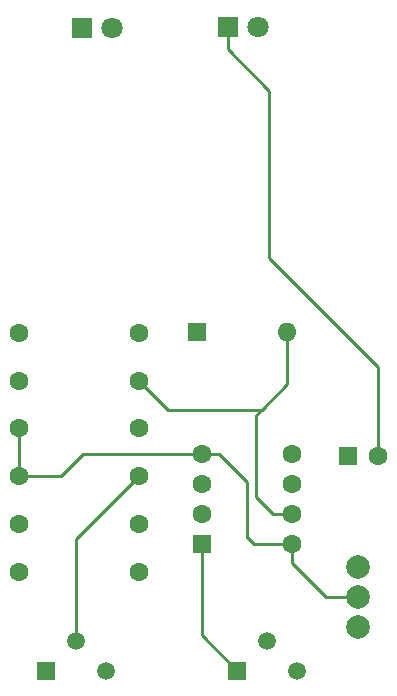
<source format=gbr>
%TF.GenerationSoftware,KiCad,Pcbnew,9.0.6*%
%TF.CreationDate,2025-12-05T08:24:13+01:00*%
%TF.ProjectId,GrumpyDuck,4772756d-7079-4447-9563-6b2e6b696361,rev?*%
%TF.SameCoordinates,Original*%
%TF.FileFunction,Copper,L1,Top*%
%TF.FilePolarity,Positive*%
%FSLAX46Y46*%
G04 Gerber Fmt 4.6, Leading zero omitted, Abs format (unit mm)*
G04 Created by KiCad (PCBNEW 9.0.6) date 2025-12-05 08:24:13*
%MOMM*%
%LPD*%
G01*
G04 APERTURE LIST*
G04 Aperture macros list*
%AMRoundRect*
0 Rectangle with rounded corners*
0 $1 Rounding radius*
0 $2 $3 $4 $5 $6 $7 $8 $9 X,Y pos of 4 corners*
0 Add a 4 corners polygon primitive as box body*
4,1,4,$2,$3,$4,$5,$6,$7,$8,$9,$2,$3,0*
0 Add four circle primitives for the rounded corners*
1,1,$1+$1,$2,$3*
1,1,$1+$1,$4,$5*
1,1,$1+$1,$6,$7*
1,1,$1+$1,$8,$9*
0 Add four rect primitives between the rounded corners*
20,1,$1+$1,$2,$3,$4,$5,0*
20,1,$1+$1,$4,$5,$6,$7,0*
20,1,$1+$1,$6,$7,$8,$9,0*
20,1,$1+$1,$8,$9,$2,$3,0*%
G04 Aperture macros list end*
%TA.AperFunction,ComponentPad*%
%ADD10C,1.800000*%
%TD*%
%TA.AperFunction,ComponentPad*%
%ADD11R,1.800000X1.800000*%
%TD*%
%TA.AperFunction,ComponentPad*%
%ADD12RoundRect,0.250000X-0.550000X-0.550000X0.550000X-0.550000X0.550000X0.550000X-0.550000X0.550000X0*%
%TD*%
%TA.AperFunction,ComponentPad*%
%ADD13C,1.600000*%
%TD*%
%TA.AperFunction,ComponentPad*%
%ADD14C,2.000000*%
%TD*%
%TA.AperFunction,ComponentPad*%
%ADD15R,1.500000X1.500000*%
%TD*%
%TA.AperFunction,ComponentPad*%
%ADD16C,1.500000*%
%TD*%
%TA.AperFunction,ComponentPad*%
%ADD17R,1.600000X1.600000*%
%TD*%
%TA.AperFunction,ComponentPad*%
%ADD18O,1.600000X1.600000*%
%TD*%
%TA.AperFunction,Conductor*%
%ADD19C,0.250000*%
%TD*%
G04 APERTURE END LIST*
D10*
%TO.P,D2,2,A*%
%TO.N,Net-(D1-A)*%
X131040000Y-68400000D03*
D11*
%TO.P,D2,1,K*%
%TO.N,Net-(D1-K)*%
X128500000Y-68400000D03*
%TD*%
D10*
%TO.P,D1,2,A*%
%TO.N,Net-(D1-A)*%
X118640000Y-68500000D03*
D11*
%TO.P,D1,1,K*%
%TO.N,Net-(D1-K)*%
X116100000Y-68500000D03*
%TD*%
D12*
%TO.P,U1,1,GND*%
%TO.N,Net-(D1-K)*%
X126300000Y-112180000D03*
D13*
%TO.P,U1,2,TR*%
%TO.N,Net-(D3-K)*%
X126300000Y-109640000D03*
%TO.P,U1,3,Q*%
%TO.N,unconnected-(U1-Q-Pad3)*%
X126300000Y-107100000D03*
%TO.P,U1,4,R*%
%TO.N,Net-(S1-E)*%
X126300000Y-104560000D03*
%TO.P,U1,5,CV*%
%TO.N,unconnected-(U1-CV-Pad5)*%
X133920000Y-104560000D03*
%TO.P,U1,6,THR*%
%TO.N,Net-(D3-K)*%
X133920000Y-107100000D03*
%TO.P,U1,7,DIS*%
%TO.N,Net-(D3-A)*%
X133920000Y-109640000D03*
%TO.P,U1,8,VCC*%
%TO.N,Net-(S1-E)*%
X133920000Y-112180000D03*
%TD*%
D14*
%TO.P,S1,1,A*%
%TO.N,Net-(S1-A-Pad1)*%
X139500000Y-119200000D03*
%TO.P,S1,2,E*%
%TO.N,Net-(S1-E)*%
X139500000Y-116660000D03*
%TO.P,S1,3,A*%
%TO.N,unconnected-(S1-A-Pad3)*%
X139500000Y-114120000D03*
%TD*%
D13*
%TO.P,R7,1*%
%TO.N,Net-(D3-K)*%
X110800000Y-98350000D03*
%TO.P,R7,2*%
%TO.N,Net-(D3-A)*%
X120960000Y-98350000D03*
%TD*%
%TO.P,R6,1*%
%TO.N,Net-(S1-E)*%
X110800000Y-102400000D03*
%TO.P,R6,2*%
%TO.N,Net-(Q2-C)*%
X120960000Y-102400000D03*
%TD*%
%TO.P,R5,1*%
%TO.N,Net-(S1-E)*%
X110800000Y-106450000D03*
%TO.P,R5,2*%
%TO.N,Net-(Q1-C)*%
X120960000Y-106450000D03*
%TD*%
%TO.P,R4,1*%
%TO.N,Net-(Q1-B)*%
X110800000Y-110500000D03*
%TO.P,R4,2*%
%TO.N,Net-(D1-K)*%
X120960000Y-110500000D03*
%TD*%
%TO.P,R3,1*%
%TO.N,Net-(D3-K)*%
X110800000Y-114550000D03*
%TO.P,R3,2*%
%TO.N,Net-(Q1-B)*%
X120960000Y-114550000D03*
%TD*%
%TO.P,R1,1*%
%TO.N,Net-(S1-E)*%
X110800000Y-94300000D03*
%TO.P,R1,2*%
%TO.N,Net-(D3-A)*%
X120960000Y-94300000D03*
%TD*%
D15*
%TO.P,T2,1,E*%
%TO.N,Net-(D1-A)*%
X113100000Y-122900000D03*
D16*
%TO.P,T2,2,B*%
%TO.N,Net-(Q1-C)*%
X115640000Y-120360000D03*
%TO.P,T2,3,C*%
%TO.N,Net-(Q2-C)*%
X118180000Y-122900000D03*
%TD*%
D15*
%TO.P,T1,1,E*%
%TO.N,Net-(D1-K)*%
X129300000Y-122900000D03*
D16*
%TO.P,T1,2,B*%
%TO.N,Net-(Q1-B)*%
X131840000Y-120360000D03*
%TO.P,T1,3,C*%
%TO.N,Net-(Q1-C)*%
X134380000Y-122900000D03*
%TD*%
D17*
%TO.P,D3,1,K*%
%TO.N,Net-(D3-K)*%
X125900000Y-94200000D03*
D18*
%TO.P,D3,2,A*%
%TO.N,Net-(D3-A)*%
X133520000Y-94200000D03*
%TD*%
D17*
%TO.P,C1,1*%
%TO.N,Net-(D3-K)*%
X138700000Y-104700000D03*
D13*
%TO.P,C1,2*%
%TO.N,Net-(D1-K)*%
X141200000Y-104700000D03*
%TD*%
D19*
%TO.N,Net-(S1-E)*%
X110800000Y-102400000D02*
X110800000Y-106450000D01*
X116240000Y-104560000D02*
X126300000Y-104560000D01*
X114350000Y-106450000D02*
X116240000Y-104560000D01*
X110800000Y-106450000D02*
X114350000Y-106450000D01*
%TO.N,Net-(Q1-C)*%
X115640000Y-111770000D02*
X115640000Y-120360000D01*
X120960000Y-106450000D02*
X115640000Y-111770000D01*
%TO.N,Net-(D3-A)*%
X123410000Y-100800000D02*
X131400000Y-100800000D01*
X120960000Y-98350000D02*
X123410000Y-100800000D01*
X133520000Y-98680000D02*
X131400000Y-100800000D01*
X132340000Y-109640000D02*
X133920000Y-109640000D01*
X130900000Y-108200000D02*
X132340000Y-109640000D01*
X131400000Y-100800000D02*
X130900000Y-101300000D01*
X133520000Y-94200000D02*
X133520000Y-98680000D01*
X130900000Y-101300000D02*
X130900000Y-108200000D01*
%TO.N,Net-(S1-E)*%
X136840000Y-116660000D02*
X139500000Y-116660000D01*
X133920000Y-113820000D02*
X136800000Y-116700000D01*
X136800000Y-116700000D02*
X136840000Y-116660000D01*
X133920000Y-112180000D02*
X133920000Y-113820000D01*
X130200000Y-111700000D02*
X130680000Y-112180000D01*
X130100000Y-111700000D02*
X130200000Y-111700000D01*
X127760000Y-104560000D02*
X130100000Y-106900000D01*
X130680000Y-112180000D02*
X133920000Y-112180000D01*
X126300000Y-104560000D02*
X127760000Y-104560000D01*
X130100000Y-106900000D02*
X130100000Y-111700000D01*
%TO.N,Net-(D1-K)*%
X126300000Y-112180000D02*
X126300000Y-119900000D01*
X126300000Y-119900000D02*
X129300000Y-122900000D01*
X141200000Y-97200000D02*
X132000000Y-88000000D01*
X132000000Y-73800000D02*
X132000000Y-88000000D01*
X128500000Y-70300000D02*
X132000000Y-73800000D01*
X128500000Y-68400000D02*
X128500000Y-70300000D01*
X141200000Y-97200000D02*
X141200000Y-104700000D01*
%TD*%
M02*

</source>
